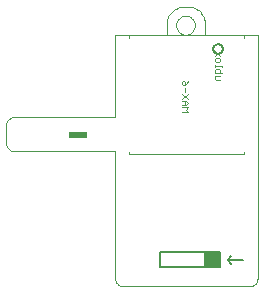
<source format=gbo>
G75*
%MOIN*%
%OFA0B0*%
%FSLAX24Y24*%
%IPPOS*%
%LPD*%
%AMOC8*
5,1,8,0,0,1.08239X$1,22.5*
%
%ADD10C,0.0000*%
%ADD11R,0.0591X0.0236*%
%ADD12C,0.0050*%
%ADD13C,0.0039*%
%ADD14C,0.0020*%
D10*
X009958Y013875D02*
X013333Y013875D01*
X013333Y009625D01*
X013335Y009595D01*
X013340Y009565D01*
X013349Y009536D01*
X013362Y009509D01*
X013377Y009483D01*
X013396Y009459D01*
X013417Y009438D01*
X013441Y009419D01*
X013467Y009404D01*
X013494Y009391D01*
X013523Y009382D01*
X013553Y009377D01*
X013583Y009375D01*
X017831Y009375D01*
X017861Y009377D01*
X017891Y009382D01*
X017920Y009391D01*
X017948Y009403D01*
X017973Y009419D01*
X017997Y009437D01*
X018019Y009458D01*
X018038Y009482D01*
X018053Y009508D01*
X018066Y009535D01*
X018075Y009564D01*
X018081Y009594D01*
X018083Y009624D01*
X018083Y017750D01*
X016333Y017750D01*
X016333Y018124D01*
X016333Y018125D02*
X016330Y018170D01*
X016323Y018215D01*
X016313Y018259D01*
X016300Y018303D01*
X016283Y018345D01*
X016263Y018386D01*
X016239Y018425D01*
X016213Y018462D01*
X016184Y018497D01*
X016152Y018529D01*
X016118Y018559D01*
X016082Y018586D01*
X016043Y018611D01*
X016003Y018632D01*
X015961Y018650D01*
X015918Y018664D01*
X015874Y018675D01*
X015829Y018683D01*
X015784Y018687D01*
X015738Y018688D01*
X015739Y018688D02*
X015603Y018688D01*
X015602Y018687D02*
X015555Y018682D01*
X015509Y018672D01*
X015464Y018660D01*
X015420Y018643D01*
X015377Y018624D01*
X015336Y018601D01*
X015297Y018575D01*
X015260Y018546D01*
X015226Y018514D01*
X015194Y018479D01*
X015164Y018442D01*
X015138Y018403D01*
X015115Y018362D01*
X015096Y018319D01*
X015079Y018275D01*
X015067Y018230D01*
X015057Y018184D01*
X015052Y018137D01*
X015050Y018090D01*
X015052Y018043D01*
X015052Y017750D01*
X013333Y017750D01*
X013333Y015000D01*
X009958Y015000D01*
X009928Y014998D01*
X009898Y014993D01*
X009869Y014984D01*
X009842Y014971D01*
X009816Y014956D01*
X009792Y014937D01*
X009771Y014916D01*
X009752Y014892D01*
X009737Y014866D01*
X009724Y014839D01*
X009715Y014810D01*
X009710Y014780D01*
X009708Y014750D01*
X009708Y014125D01*
X009710Y014095D01*
X009715Y014065D01*
X009724Y014036D01*
X009737Y014009D01*
X009752Y013983D01*
X009771Y013959D01*
X009792Y013938D01*
X009816Y013919D01*
X009842Y013904D01*
X009869Y013891D01*
X009898Y013882D01*
X009928Y013877D01*
X009958Y013875D01*
X015370Y018064D02*
X015372Y018099D01*
X015378Y018134D01*
X015388Y018167D01*
X015401Y018200D01*
X015418Y018231D01*
X015438Y018259D01*
X015462Y018285D01*
X015488Y018309D01*
X015516Y018329D01*
X015547Y018346D01*
X015580Y018359D01*
X015613Y018369D01*
X015648Y018375D01*
X015683Y018377D01*
X015718Y018375D01*
X015753Y018369D01*
X015786Y018359D01*
X015819Y018346D01*
X015850Y018329D01*
X015878Y018309D01*
X015904Y018285D01*
X015928Y018259D01*
X015948Y018231D01*
X015965Y018200D01*
X015978Y018167D01*
X015988Y018134D01*
X015994Y018099D01*
X015996Y018064D01*
X015994Y018029D01*
X015988Y017994D01*
X015978Y017961D01*
X015965Y017928D01*
X015948Y017897D01*
X015928Y017869D01*
X015904Y017843D01*
X015878Y017819D01*
X015850Y017799D01*
X015819Y017782D01*
X015786Y017769D01*
X015753Y017759D01*
X015718Y017753D01*
X015683Y017751D01*
X015648Y017753D01*
X015613Y017759D01*
X015580Y017769D01*
X015547Y017782D01*
X015516Y017799D01*
X015488Y017819D01*
X015462Y017843D01*
X015438Y017869D01*
X015418Y017897D01*
X015401Y017928D01*
X015388Y017961D01*
X015378Y017994D01*
X015372Y018029D01*
X015370Y018064D01*
D11*
X012101Y014424D03*
D12*
X014833Y010500D02*
X014833Y010000D01*
X016833Y010000D01*
X016333Y010000D01*
X016333Y010500D01*
X016833Y010500D01*
X016833Y010000D01*
X016833Y010500D01*
X014833Y010500D01*
X016333Y010459D02*
X016833Y010459D01*
X016833Y010410D02*
X016333Y010410D01*
X016333Y010362D02*
X016833Y010362D01*
X016833Y010313D02*
X016333Y010313D01*
X016333Y010265D02*
X016833Y010265D01*
X016833Y010216D02*
X016333Y010216D01*
X016333Y010168D02*
X016833Y010168D01*
X016833Y010119D02*
X016333Y010119D01*
X016333Y010071D02*
X016833Y010071D01*
X016833Y010022D02*
X016333Y010022D01*
X017083Y010250D02*
X017208Y010125D01*
X017083Y010250D02*
X017208Y010375D01*
X017083Y010250D02*
X017583Y010250D01*
X016606Y017280D02*
X016608Y017305D01*
X016614Y017329D01*
X016623Y017352D01*
X016636Y017373D01*
X016653Y017392D01*
X016672Y017409D01*
X016693Y017422D01*
X016716Y017431D01*
X016740Y017437D01*
X016765Y017439D01*
X016790Y017437D01*
X016814Y017431D01*
X016837Y017422D01*
X016858Y017409D01*
X016877Y017392D01*
X016894Y017373D01*
X016907Y017352D01*
X016916Y017329D01*
X016922Y017305D01*
X016924Y017280D01*
X016922Y017255D01*
X016916Y017231D01*
X016907Y017208D01*
X016894Y017187D01*
X016877Y017168D01*
X016858Y017151D01*
X016837Y017138D01*
X016814Y017129D01*
X016790Y017123D01*
X016765Y017121D01*
X016740Y017123D01*
X016716Y017129D01*
X016693Y017138D01*
X016672Y017151D01*
X016653Y017168D01*
X016636Y017187D01*
X016623Y017208D01*
X016614Y017231D01*
X016608Y017255D01*
X016606Y017280D01*
D13*
X017632Y017654D02*
X017632Y017753D01*
X013813Y017753D01*
X013813Y017654D01*
X013813Y013835D02*
X013813Y013776D01*
X017632Y013776D01*
X017632Y013835D01*
D14*
X015771Y015181D02*
X015698Y015255D01*
X015771Y015328D01*
X015551Y015328D01*
X015551Y015402D02*
X015698Y015402D01*
X015771Y015476D01*
X015698Y015549D01*
X015551Y015549D01*
X015551Y015623D02*
X015771Y015770D01*
X015661Y015844D02*
X015661Y015991D01*
X015661Y016065D02*
X015588Y016065D01*
X015551Y016102D01*
X015551Y016175D01*
X015588Y016212D01*
X015625Y016212D01*
X015661Y016175D01*
X015661Y016065D01*
X015735Y016139D01*
X015771Y016212D01*
X015551Y015770D02*
X015771Y015623D01*
X015661Y015549D02*
X015661Y015402D01*
X015551Y015181D02*
X015771Y015181D01*
X016710Y016239D02*
X016673Y016276D01*
X016673Y016386D01*
X016820Y016386D01*
X016820Y016460D02*
X016820Y016570D01*
X016783Y016607D01*
X016710Y016607D01*
X016673Y016570D01*
X016673Y016460D01*
X016893Y016460D01*
X016893Y016681D02*
X016893Y016718D01*
X016673Y016718D01*
X016673Y016681D02*
X016673Y016755D01*
X016710Y016828D02*
X016673Y016865D01*
X016673Y016939D01*
X016710Y016975D01*
X016783Y016975D01*
X016820Y016939D01*
X016820Y016865D01*
X016783Y016828D01*
X016710Y016828D01*
X016673Y017049D02*
X016820Y017196D01*
X016820Y017049D02*
X016673Y017196D01*
X016710Y016239D02*
X016820Y016239D01*
M02*

</source>
